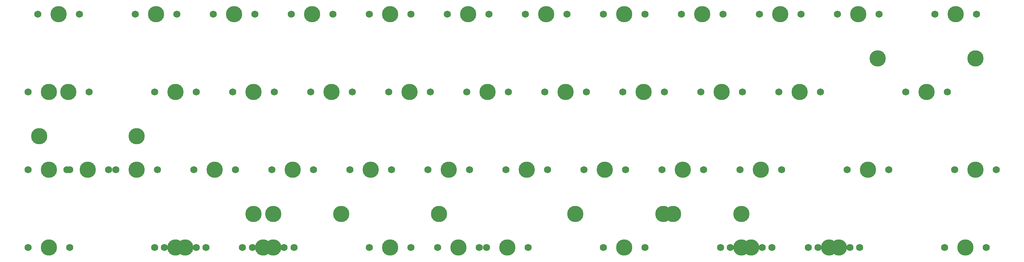
<source format=gbr>
%TF.GenerationSoftware,KiCad,Pcbnew,8.0.5-dirty*%
%TF.CreationDate,2024-10-05T08:47:05+05:30*%
%TF.ProjectId,kalam,6b616c61-6d2e-46b6-9963-61645f706362,rev?*%
%TF.SameCoordinates,Original*%
%TF.FileFunction,Soldermask,Top*%
%TF.FilePolarity,Negative*%
%FSLAX46Y46*%
G04 Gerber Fmt 4.6, Leading zero omitted, Abs format (unit mm)*
G04 Created by KiCad (PCBNEW 8.0.5-dirty) date 2024-10-05 08:47:05*
%MOMM*%
%LPD*%
G01*
G04 APERTURE LIST*
%ADD10C,1.750000*%
%ADD11C,3.987800*%
G04 APERTURE END LIST*
D10*
%TO.C,MX25*%
X29150450Y-60424178D03*
D11*
X34230450Y-60424178D03*
D10*
X39310450Y-60424178D03*
%TD*%
%TO.C,MX15*%
X50581682Y-41374194D03*
D11*
X55661682Y-41374194D03*
D10*
X60741682Y-41374194D03*
%TD*%
%TO.C,MX26*%
X19625458Y-60424178D03*
D11*
X24705458Y-60424178D03*
D10*
X29785458Y-60424178D03*
%TD*%
%TO.C,MX43*%
X102969138Y-79474162D03*
D11*
X108049138Y-79474162D03*
D10*
X113129138Y-79474162D03*
%TD*%
%TO.C,MX7*%
X141069206Y-22324210D03*
D11*
X146149206Y-22324210D03*
D10*
X151229206Y-22324210D03*
%TD*%
%TO.C,MX22*%
X183931634Y-41374194D03*
D11*
X189011634Y-41374194D03*
D10*
X194091634Y-41374194D03*
%TD*%
%TO.C,MX30*%
X98206642Y-60424178D03*
D11*
X103286642Y-60424178D03*
D10*
X108366642Y-60424178D03*
%TD*%
D11*
%TO.C,S2*%
X46136701Y-52169178D03*
X22324199Y-52169178D03*
%TD*%
%TO.C,S4*%
X119955389Y-71219162D03*
X96142887Y-71219162D03*
%TD*%
D10*
%TO.C,MX1*%
X22006706Y-22324210D03*
D11*
X27086706Y-22324210D03*
D10*
X32166706Y-22324210D03*
%TD*%
%TO.C,MX41*%
X72012914Y-79474162D03*
D11*
X77092914Y-79474162D03*
D10*
X82172914Y-79474162D03*
%TD*%
%TO.C,MX31*%
X117256626Y-60424178D03*
D11*
X122336626Y-60424178D03*
D10*
X127416626Y-60424178D03*
%TD*%
%TO.C,MX47*%
X191075314Y-79474162D03*
D11*
X196155314Y-79474162D03*
D10*
X201235314Y-79474162D03*
%TD*%
%TO.C,MX4*%
X83919206Y-22324210D03*
D11*
X88999206Y-22324210D03*
D10*
X94079206Y-22324210D03*
%TD*%
%TO.C,MX29*%
X79156658Y-60424178D03*
D11*
X84236658Y-60424178D03*
D10*
X89316658Y-60424178D03*
%TD*%
%TO.C,MX34*%
X174406578Y-60424178D03*
D11*
X179486578Y-60424178D03*
D10*
X184566578Y-60424178D03*
%TD*%
%TO.C,MX9*%
X179169206Y-22324210D03*
D11*
X184249206Y-22324210D03*
D10*
X189329206Y-22324210D03*
%TD*%
%TO.C,MX45*%
X131544114Y-79474162D03*
D11*
X136624114Y-79474162D03*
D10*
X141704114Y-79474162D03*
%TD*%
%TO.C,MX14*%
X19625458Y-41374194D03*
D11*
X24705458Y-41374194D03*
D10*
X29785458Y-41374194D03*
%TD*%
%TO.C,MX11*%
X217269206Y-22324210D03*
D11*
X222349206Y-22324210D03*
D10*
X227429206Y-22324210D03*
%TD*%
%TO.C,MX10*%
X198219206Y-22324210D03*
D11*
X203299206Y-22324210D03*
D10*
X208379206Y-22324210D03*
%TD*%
%TO.C,MX8*%
X160119206Y-22324210D03*
D11*
X165199206Y-22324210D03*
D10*
X170279206Y-22324210D03*
%TD*%
%TO.C,MX20*%
X145831634Y-41374194D03*
D11*
X150911634Y-41374194D03*
D10*
X155991634Y-41374194D03*
%TD*%
%TO.C,MX39*%
X52962930Y-79474162D03*
D11*
X58042930Y-79474162D03*
D10*
X63122930Y-79474162D03*
%TD*%
%TO.C,MX37*%
X245844018Y-60424178D03*
D11*
X250924018Y-60424178D03*
D10*
X256004018Y-60424178D03*
%TD*%
%TO.C,MX16*%
X69631666Y-41374194D03*
D11*
X74711666Y-41374194D03*
D10*
X79791666Y-41374194D03*
%TD*%
%TO.C,MX32*%
X136306610Y-60424210D03*
D11*
X141386610Y-60424210D03*
D10*
X146466610Y-60424210D03*
%TD*%
%TO.C,MX48*%
X188694066Y-79474162D03*
D11*
X193774066Y-79474162D03*
D10*
X198854066Y-79474162D03*
%TD*%
D11*
%TO.C,S6*%
X174724124Y-71219162D03*
X74711624Y-71219162D03*
%TD*%
D10*
%TO.C,MX51*%
X243462770Y-79474162D03*
D11*
X248542770Y-79474162D03*
D10*
X253622770Y-79474162D03*
%TD*%
%TO.C,MX23*%
X202981634Y-41374194D03*
D11*
X208061634Y-41374194D03*
D10*
X213141634Y-41374194D03*
%TD*%
%TO.C,MX42*%
X74394162Y-79474162D03*
D11*
X79474162Y-79474162D03*
D10*
X84554162Y-79474162D03*
%TD*%
%TO.C,MX49*%
X210125298Y-79474162D03*
D11*
X215205298Y-79474162D03*
D10*
X220285298Y-79474162D03*
%TD*%
%TO.C,MX18*%
X107731634Y-41374194D03*
D11*
X112811634Y-41374194D03*
D10*
X117891634Y-41374194D03*
%TD*%
%TO.C,MX27*%
X41056690Y-60424178D03*
D11*
X46136690Y-60424178D03*
D10*
X51216690Y-60424178D03*
%TD*%
D11*
%TO.C,S1*%
X193774114Y-71219162D03*
X79474114Y-71219162D03*
%TD*%
D10*
%TO.C,MX17*%
X88681650Y-41374194D03*
D11*
X93761650Y-41374194D03*
D10*
X98841650Y-41374194D03*
%TD*%
%TO.C,MX19*%
X126781634Y-41374194D03*
D11*
X131861634Y-41374194D03*
D10*
X136941634Y-41374194D03*
%TD*%
%TO.C,MX3*%
X64869206Y-22324210D03*
D11*
X69949206Y-22324210D03*
D10*
X75029206Y-22324210D03*
%TD*%
%TO.C,MX44*%
X119637874Y-79474162D03*
D11*
X124717874Y-79474162D03*
D10*
X129797874Y-79474162D03*
%TD*%
%TO.C,MX28*%
X60106674Y-60424178D03*
D11*
X65186674Y-60424178D03*
D10*
X70266674Y-60424178D03*
%TD*%
%TO.C,MX6*%
X122019206Y-22324210D03*
D11*
X127099206Y-22324210D03*
D10*
X132179206Y-22324210D03*
%TD*%
%TO.C,MX13*%
X24387954Y-41374194D03*
D11*
X29467954Y-41374194D03*
D10*
X34547954Y-41374194D03*
%TD*%
%TO.C,MX40*%
X50581682Y-79474162D03*
D11*
X55661682Y-79474162D03*
D10*
X60741682Y-79474162D03*
%TD*%
%TO.C,MX46*%
X160119090Y-79474162D03*
D11*
X165199090Y-79474162D03*
D10*
X170279090Y-79474162D03*
%TD*%
%TO.C,MX21*%
X164881634Y-41374194D03*
D11*
X169961634Y-41374194D03*
D10*
X175041634Y-41374194D03*
%TD*%
%TO.C,MX5*%
X102969206Y-22324210D03*
D11*
X108049206Y-22324210D03*
D10*
X113129206Y-22324210D03*
%TD*%
D11*
%TO.C,S5*%
X177105341Y-71255800D03*
X153292839Y-71255800D03*
%TD*%
D10*
%TO.C,MX33*%
X155356594Y-60424210D03*
D11*
X160436594Y-60424210D03*
D10*
X165516594Y-60424210D03*
%TD*%
%TO.C,MX35*%
X193456562Y-60424178D03*
D11*
X198536562Y-60424178D03*
D10*
X203616562Y-60424178D03*
%TD*%
%TO.C,MX12*%
X241081522Y-22324210D03*
D11*
X246161522Y-22324210D03*
D10*
X251241522Y-22324210D03*
%TD*%
%TO.C,MX2*%
X45819206Y-22324210D03*
D11*
X50899206Y-22324210D03*
D10*
X55979206Y-22324210D03*
%TD*%
%TO.C,MX36*%
X219650290Y-60424178D03*
D11*
X224730290Y-60424178D03*
D10*
X229810290Y-60424178D03*
%TD*%
%TO.C,MX38*%
X19625458Y-79474162D03*
D11*
X24705458Y-79474162D03*
D10*
X29785458Y-79474162D03*
%TD*%
%TO.C,MX50*%
X212506546Y-79474162D03*
D11*
X217586546Y-79474162D03*
D10*
X222666546Y-79474162D03*
%TD*%
%TO.C,MX24*%
X233937814Y-41374194D03*
D11*
X239017814Y-41374194D03*
D10*
X244097814Y-41374194D03*
%TD*%
D11*
%TO.C,S3*%
X250924065Y-33119194D03*
X227111563Y-33119194D03*
%TD*%
M02*

</source>
